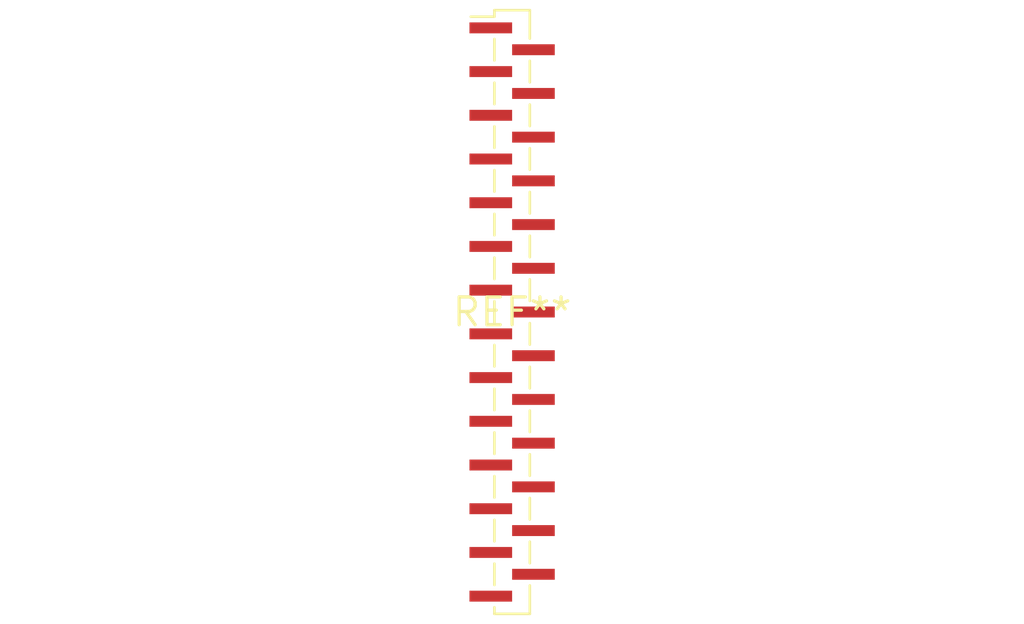
<source format=kicad_pcb>
(kicad_pcb (version 20240108) (generator pcbnew)
  (layers (0 "F.Cu" signal) (31 "B.Cu" signal) (34 "B.Paste" user) (35 "F.Paste" user) (36 "B.SilkS" user "B.Silkscreen") (37 "F.SilkS" user "F.Silkscreen") (38 "B.Mask" user) (39 "F.Mask" user) (44 "Edge.Cuts" user))
  (net 0 "")
  (footprint "PinSocket_1x27_P1.00mm_Vertical_SMD_Pin1Left" (layer "F.Cu") (at 0 0)
    (property "Reference" "REF**")
    (property "Value" "PinSocket_1x27_P1.00mm_Vertical_SMD_Pin1Left")
    (fp_line (start -1.89 -13.51) (end -0.81 -13.51) (layer "F.SilkS") (stroke (width 0.12)))
    (fp_line (start -0.81 -13.81) (end -0.81 -13.51) (layer "F.SilkS") (stroke (width 0.12)))
    (fp_line (start -0.81 -13.81) (end 0.81 -13.81) (layer "F.SilkS") (stroke (width 0.12)))
    (fp_line (start -0.81 -12.49) (end -0.81 -11.51) (layer "F.SilkS") (stroke (width 0.12)))
    (fp_line (start -0.81 -10.49) (end -0.81 -9.51) (layer "F.SilkS") (stroke (width 0.12)))
    (fp_line (start -0.81 -8.49) (end -0.81 -7.51) (layer "F.SilkS") (stroke (width 0.12)))
    (fp_line (start -0.81 -6.49) (end -0.81 -5.51) (layer "F.SilkS") (stroke (width 0.12)))
    (fp_line (start -0.81 -4.49) (end -0.81 -3.51) (layer "F.SilkS") (stroke (width 0.12)))
    (fp_line (start -0.81 -2.49) (end -0.81 -1.51) (layer "F.SilkS") (stroke (width 0.12)))
    (fp_line (start -0.81 -0.49) (end -0.81 0.49) (layer "F.SilkS") (stroke (width 0.12)))
    (fp_line (start -0.81 1.51) (end -0.81 2.49) (layer "F.SilkS") (stroke (width 0.12)))
    (fp_line (start -0.81 3.51) (end -0.81 4.49) (layer "F.SilkS") (stroke (width 0.12)))
    (fp_line (start -0.81 5.51) (end -0.81 6.49) (layer "F.SilkS") (stroke (width 0.12)))
    (fp_line (start -0.81 7.51) (end -0.81 8.49) (layer "F.SilkS") (stroke (width 0.12)))
    (fp_line (start -0.81 9.51) (end -0.81 10.49) (layer "F.SilkS") (stroke (width 0.12)))
    (fp_line (start -0.81 11.51) (end -0.81 12.49) (layer "F.SilkS") (stroke (width 0.12)))
    (fp_line (start -0.81 13.51) (end -0.81 13.81) (layer "F.SilkS") (stroke (width 0.12)))
    (fp_line (start -0.81 13.81) (end 0.81 13.81) (layer "F.SilkS") (stroke (width 0.12)))
    (fp_line (start 0.81 -13.81) (end 0.81 -12.51) (layer "F.SilkS") (stroke (width 0.12)))
    (fp_line (start 0.81 -11.49) (end 0.81 -10.51) (layer "F.SilkS") (stroke (width 0.12)))
    (fp_line (start 0.81 -9.49) (end 0.81 -8.51) (layer "F.SilkS") (stroke (width 0.12)))
    (fp_line (start 0.81 -7.49) (end 0.81 -6.51) (layer "F.SilkS") (stroke (width 0.12)))
    (fp_line (start 0.81 -5.49) (end 0.81 -4.51) (layer "F.SilkS") (stroke (width 0.12)))
    (fp_line (start 0.81 -3.49) (end 0.81 -2.51) (layer "F.SilkS") (stroke (width 0.12)))
    (fp_line (start 0.81 -1.49) (end 0.81 -0.51) (layer "F.SilkS") (stroke (width 0.12)))
    (fp_line (start 0.81 0.51) (end 0.81 1.49) (layer "F.SilkS") (stroke (width 0.12)))
    (fp_line (start 0.81 2.51) (end 0.81 3.49) (layer "F.SilkS") (stroke (width 0.12)))
    (fp_line (start 0.81 4.51) (end 0.81 5.49) (layer "F.SilkS") (stroke (width 0.12)))
    (fp_line (start 0.81 6.51) (end 0.81 7.49) (layer "F.SilkS") (stroke (width 0.12)))
    (fp_line (start 0.81 8.51) (end 0.81 9.49) (layer "F.SilkS") (stroke (width 0.12)))
    (fp_line (start 0.81 10.51) (end 0.81 11.49) (layer "F.SilkS") (stroke (width 0.12)))
    (fp_line (start 0.81 12.51) (end 0.81 13.81) (layer "F.SilkS") (stroke (width 0.12)))
    (pad "1" smd rect (at -0.975 -13) (size 1.95 0.5) (layers "F.Cu" "F.Paste" "F.Mask"))
    (pad "2" smd rect (at 0.975 -12) (size 1.95 0.5) (layers "F.Cu" "F.Paste" "F.Mask"))
    (pad "3" smd rect (at -0.975 -11) (size 1.95 0.5) (layers "F.Cu" "F.Paste" "F.Mask"))
    (pad "4" smd rect (at 0.975 -10) (size 1.95 0.5) (layers "F.Cu" "F.Paste" "F.Mask"))
    (pad "5" smd rect (at -0.975 -9) (size 1.95 0.5) (layers "F.Cu" "F.Paste" "F.Mask"))
    (pad "6" smd rect (at 0.975 -8) (size 1.95 0.5) (layers "F.Cu" "F.Paste" "F.Mask"))
    (pad "7" smd rect (at -0.975 -7) (size 1.95 0.5) (layers "F.Cu" "F.Paste" "F.Mask"))
    (pad "8" smd rect (at 0.975 -6) (size 1.95 0.5) (layers "F.Cu" "F.Paste" "F.Mask"))
    (pad "9" smd rect (at -0.975 -5) (size 1.95 0.5) (layers "F.Cu" "F.Paste" "F.Mask"))
    (pad "10" smd rect (at 0.975 -4) (size 1.95 0.5) (layers "F.Cu" "F.Paste" "F.Mask"))
    (pad "11" smd rect (at -0.975 -3) (size 1.95 0.5) (layers "F.Cu" "F.Paste" "F.Mask"))
    (pad "12" smd rect (at 0.975 -2) (size 1.95 0.5) (layers "F.Cu" "F.Paste" "F.Mask"))
    (pad "13" smd rect (at -0.975 -1) (size 1.95 0.5) (layers "F.Cu" "F.Paste" "F.Mask"))
    (pad "14" smd rect (at 0.975 0) (size 1.95 0.5) (layers "F.Cu" "F.Paste" "F.Mask"))
    (pad "15" smd rect (at -0.975 1) (size 1.95 0.5) (layers "F.Cu" "F.Paste" "F.Mask"))
    (pad "16" smd rect (at 0.975 2) (size 1.95 0.5) (layers "F.Cu" "F.Paste" "F.Mask"))
    (pad "17" smd rect (at -0.975 3) (size 1.95 0.5) (layers "F.Cu" "F.Paste" "F.Mask"))
    (pad "18" smd rect (at 0.975 4) (size 1.95 0.5) (layers "F.Cu" "F.Paste" "F.Mask"))
    (pad "19" smd rect (at -0.975 5) (size 1.95 0.5) (layers "F.Cu" "F.Paste" "F.Mask"))
    (pad "20" smd rect (at 0.975 6) (size 1.95 0.5) (layers "F.Cu" "F.Paste" "F.Mask"))
    (pad "21" smd rect (at -0.975 7) (size 1.95 0.5) (layers "F.Cu" "F.Paste" "F.Mask"))
    (pad "22" smd rect (at 0.975 8) (size 1.95 0.5) (layers "F.Cu" "F.Paste" "F.Mask"))
    (pad "23" smd rect (at -0.975 9) (size 1.95 0.5) (layers "F.Cu" "F.Paste" "F.Mask"))
    (pad "24" smd rect (at 0.975 10) (size 1.95 0.5) (layers "F.Cu" "F.Paste" "F.Mask"))
    (pad "25" smd rect (at -0.975 11) (size 1.95 0.5) (layers "F.Cu" "F.Paste" "F.Mask"))
    (pad "26" smd rect (at 0.975 12) (size 1.95 0.5) (layers "F.Cu" "F.Paste" "F.Mask"))
    (pad "27" smd rect (at -0.975 13) (size 1.95 0.5) (layers "F.Cu" "F.Paste" "F.Mask"))
  )
)
</source>
